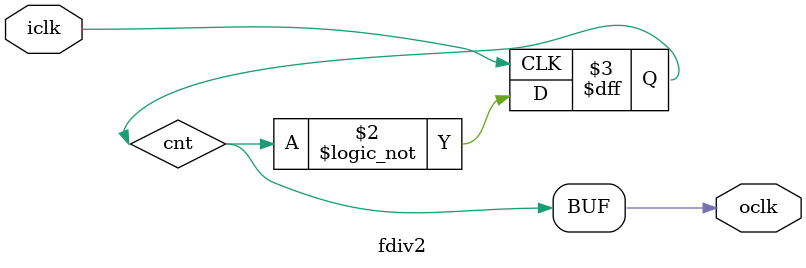
<source format=v>
module fdiv2
(
	input iclk,
	output oclk
);

reg cnt;

always@(negedge iclk)begin
cnt <= !cnt;
end 

assign oclk = cnt;

endmodule
</source>
